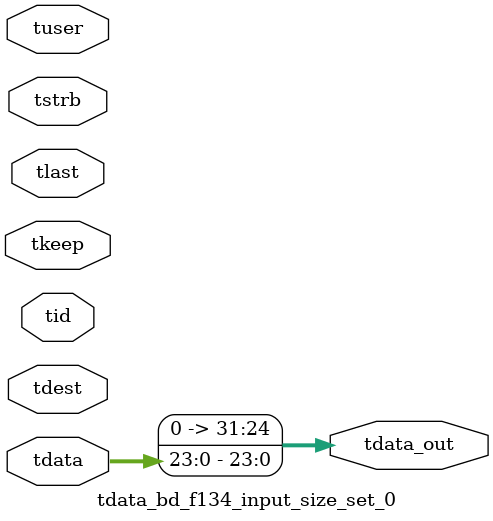
<source format=v>


`timescale 1ps/1ps

module tdata_bd_f134_input_size_set_0 #
(
parameter C_S_AXIS_TDATA_WIDTH = 32,
parameter C_S_AXIS_TUSER_WIDTH = 0,
parameter C_S_AXIS_TID_WIDTH   = 0,
parameter C_S_AXIS_TDEST_WIDTH = 0,
parameter C_M_AXIS_TDATA_WIDTH = 32
)
(
input  [(C_S_AXIS_TDATA_WIDTH == 0 ? 1 : C_S_AXIS_TDATA_WIDTH)-1:0     ] tdata,
input  [(C_S_AXIS_TUSER_WIDTH == 0 ? 1 : C_S_AXIS_TUSER_WIDTH)-1:0     ] tuser,
input  [(C_S_AXIS_TID_WIDTH   == 0 ? 1 : C_S_AXIS_TID_WIDTH)-1:0       ] tid,
input  [(C_S_AXIS_TDEST_WIDTH == 0 ? 1 : C_S_AXIS_TDEST_WIDTH)-1:0     ] tdest,
input  [(C_S_AXIS_TDATA_WIDTH/8)-1:0 ] tkeep,
input  [(C_S_AXIS_TDATA_WIDTH/8)-1:0 ] tstrb,
input                                                                    tlast,
output [C_M_AXIS_TDATA_WIDTH-1:0] tdata_out
);

assign tdata_out = {tdata[23:0]};

endmodule


</source>
